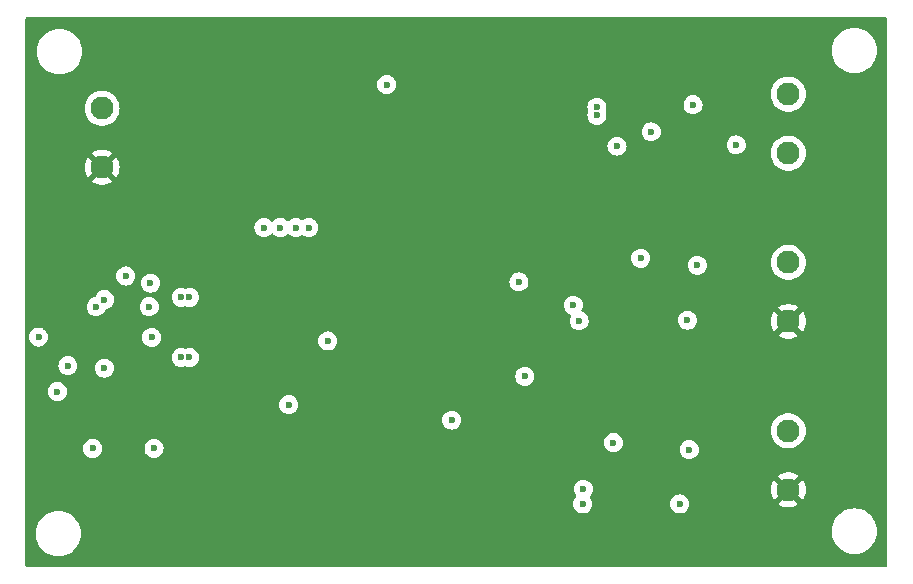
<source format=gbr>
%TF.GenerationSoftware,KiCad,Pcbnew,8.0.6*%
%TF.CreationDate,2024-11-16T21:14:38-08:00*%
%TF.ProjectId,CAN_adc,43414e5f-6164-4632-9e6b-696361645f70,rev?*%
%TF.SameCoordinates,Original*%
%TF.FileFunction,Copper,L2,Inr*%
%TF.FilePolarity,Positive*%
%FSLAX46Y46*%
G04 Gerber Fmt 4.6, Leading zero omitted, Abs format (unit mm)*
G04 Created by KiCad (PCBNEW 8.0.6) date 2024-11-16 21:14:38*
%MOMM*%
%LPD*%
G01*
G04 APERTURE LIST*
%TA.AperFunction,ComponentPad*%
%ADD10C,1.950000*%
%TD*%
%TA.AperFunction,ViaPad*%
%ADD11C,0.600000*%
%TD*%
G04 APERTURE END LIST*
D10*
%TO.N,GND*%
%TO.C,J4*%
X135100000Y-90500000D03*
%TO.N,/Analog_input1/IN+*%
X135100000Y-85500000D03*
%TD*%
%TO.N,/Analog_input/IN+*%
%TO.C,J3*%
X135100000Y-71250000D03*
%TO.N,GND*%
X135100000Y-76250000D03*
%TD*%
%TO.N,/Thermocouple_conditioning/IN-*%
%TO.C,J2*%
X135100000Y-57000000D03*
%TO.N,/Thermocouple_conditioning/IN+*%
X135100000Y-62000000D03*
%TD*%
%TO.N,GND*%
%TO.C,J1*%
X77000000Y-63200000D03*
%TO.N,/Input_Power/V_IN*%
X77000000Y-58200000D03*
%TD*%
D11*
%TO.N,GND*%
X87600000Y-91500000D03*
X86900000Y-91500000D03*
X99300000Y-80900000D03*
X98400000Y-80900000D03*
%TO.N,/IN4*%
X79000000Y-72400000D03*
%TO.N,/CSn*%
X71620134Y-77570000D03*
%TO.N,/IN3*%
X77200000Y-74400000D03*
%TO.N,/DOUT*%
X74100000Y-80000000D03*
%TO.N,/SCLK*%
X73220134Y-82179866D03*
%TO.N,/IN2*%
X77200000Y-80200000D03*
%TO.N,/DIN*%
X76500000Y-75000000D03*
%TO.N,/IN1*%
X81200000Y-77600000D03*
X120600000Y-61400000D03*
%TO.N,/IN4*%
X81100000Y-73000000D03*
%TO.N,/IN3*%
X81000000Y-75000000D03*
%TO.N,GND*%
X73331250Y-86168750D03*
%TO.N,/3V3*%
X76200000Y-87000000D03*
X81400000Y-87000000D03*
X96100000Y-77900000D03*
%TO.N,/5V*%
X117400000Y-76200000D03*
%TO.N,/IN4*%
X112800000Y-80900000D03*
%TO.N,/IN3*%
X112300000Y-72900000D03*
%TO.N,GND*%
X114100000Y-71700000D03*
X113100000Y-76600000D03*
%TO.N,Net-(R30-Pad2)*%
X127400000Y-71500000D03*
X126565000Y-76135000D03*
%TO.N,GND*%
X130900000Y-71500000D03*
%TO.N,Net-(R26-Pad1)*%
X116900000Y-74865000D03*
X122600000Y-70900000D03*
%TO.N,Net-(R22-Pad2)*%
X117750000Y-90450000D03*
X120300000Y-86500000D03*
%TO.N,GND*%
X113400000Y-84900000D03*
X113600000Y-91700000D03*
%TO.N,/5V*%
X117700000Y-91700000D03*
%TO.N,Net-(R20-Pad2)*%
X126725000Y-87100000D03*
X125900000Y-91700000D03*
%TO.N,/Thermocouple_conditioning/IN-*%
X130700000Y-61300000D03*
%TO.N,GND*%
X130400000Y-87100000D03*
%TO.N,/5V*%
X118900000Y-58100000D03*
X118900000Y-58800000D03*
%TO.N,GND*%
X118700000Y-62300000D03*
%TO.N,Net-(C8-Pad2)*%
X127037500Y-57900000D03*
X123500000Y-60200000D03*
%TO.N,GND*%
X126000000Y-65500000D03*
X126000000Y-54100000D03*
X121300000Y-54600000D03*
X110200000Y-56200000D03*
X108000000Y-91000000D03*
%TO.N,/Input_Power/N5V_FB*%
X92800000Y-83300000D03*
X106600000Y-84600000D03*
%TO.N,GND*%
X102300000Y-86400000D03*
X102300000Y-85700000D03*
X93900000Y-85900000D03*
%TO.N,/5V*%
X83700000Y-79300000D03*
X84400000Y-79300000D03*
%TO.N,GND*%
X105800000Y-63300000D03*
X92500000Y-75000000D03*
X92500000Y-75800000D03*
%TO.N,/5V*%
X83700000Y-74200000D03*
X84400000Y-74200000D03*
%TO.N,GND*%
X96800000Y-74400000D03*
%TO.N,/5V*%
X101100000Y-56187500D03*
X90700000Y-68300000D03*
X92100000Y-68300000D03*
X94500000Y-68300000D03*
X93400000Y-68300000D03*
%TO.N,GND*%
X101100000Y-63325000D03*
X86200000Y-63000000D03*
X86200000Y-64000000D03*
X94800000Y-58500000D03*
X92450000Y-58500000D03*
X82000000Y-64000000D03*
X83000000Y-64000000D03*
X84000000Y-64000000D03*
X84000000Y-63000000D03*
X83000000Y-63000000D03*
X82000000Y-63000000D03*
%TD*%
%TA.AperFunction,Conductor*%
%TO.N,GND*%
G36*
X143442539Y-50520185D02*
G01*
X143488294Y-50572989D01*
X143499500Y-50624500D01*
X143499500Y-96875500D01*
X143479815Y-96942539D01*
X143427011Y-96988294D01*
X143375500Y-96999500D01*
X70624500Y-96999500D01*
X70557461Y-96979815D01*
X70511706Y-96927011D01*
X70500500Y-96875500D01*
X70500500Y-94199998D01*
X71380395Y-94199998D01*
X71380395Y-94200001D01*
X71399934Y-94473188D01*
X71399935Y-94473195D01*
X71444710Y-94679022D01*
X71458152Y-94740815D01*
X71553866Y-94997433D01*
X71553868Y-94997438D01*
X71685122Y-95237811D01*
X71685127Y-95237819D01*
X71849252Y-95457066D01*
X71849268Y-95457084D01*
X72042915Y-95650731D01*
X72042933Y-95650747D01*
X72262180Y-95814872D01*
X72262188Y-95814877D01*
X72502561Y-95946131D01*
X72502560Y-95946131D01*
X72502564Y-95946132D01*
X72502567Y-95946134D01*
X72759185Y-96041848D01*
X73026812Y-96100066D01*
X73280460Y-96118207D01*
X73299999Y-96119605D01*
X73300000Y-96119605D01*
X73300001Y-96119605D01*
X73318235Y-96118300D01*
X73573188Y-96100066D01*
X73840815Y-96041848D01*
X74097433Y-95946134D01*
X74337817Y-95814874D01*
X74557074Y-95650741D01*
X74750741Y-95457074D01*
X74914874Y-95237817D01*
X75046134Y-94997433D01*
X75141848Y-94740815D01*
X75200066Y-94473188D01*
X75219605Y-94200000D01*
X75205300Y-93999998D01*
X138780395Y-93999998D01*
X138780395Y-94000001D01*
X138799934Y-94273188D01*
X138799935Y-94273195D01*
X138843442Y-94473195D01*
X138858152Y-94540815D01*
X138953866Y-94797433D01*
X138953868Y-94797438D01*
X139085122Y-95037811D01*
X139085127Y-95037819D01*
X139249252Y-95257066D01*
X139249268Y-95257084D01*
X139442915Y-95450731D01*
X139442933Y-95450747D01*
X139662180Y-95614872D01*
X139662188Y-95614877D01*
X139902561Y-95746131D01*
X139902560Y-95746131D01*
X139902564Y-95746132D01*
X139902567Y-95746134D01*
X140159185Y-95841848D01*
X140426812Y-95900066D01*
X140680460Y-95918207D01*
X140699999Y-95919605D01*
X140700000Y-95919605D01*
X140700001Y-95919605D01*
X140718235Y-95918300D01*
X140973188Y-95900066D01*
X141240815Y-95841848D01*
X141497433Y-95746134D01*
X141737817Y-95614874D01*
X141957074Y-95450741D01*
X142150741Y-95257074D01*
X142314874Y-95037817D01*
X142446134Y-94797433D01*
X142541848Y-94540815D01*
X142600066Y-94273188D01*
X142619605Y-94000000D01*
X142600066Y-93726812D01*
X142541848Y-93459185D01*
X142446134Y-93202567D01*
X142424085Y-93162188D01*
X142314877Y-92962188D01*
X142314872Y-92962180D01*
X142150747Y-92742933D01*
X142150731Y-92742915D01*
X141957084Y-92549268D01*
X141957066Y-92549252D01*
X141737819Y-92385127D01*
X141737811Y-92385122D01*
X141497438Y-92253868D01*
X141497439Y-92253868D01*
X141447468Y-92235230D01*
X141240815Y-92158152D01*
X141240808Y-92158150D01*
X141240807Y-92158150D01*
X140973195Y-92099935D01*
X140973188Y-92099934D01*
X140700001Y-92080395D01*
X140699999Y-92080395D01*
X140426811Y-92099934D01*
X140426804Y-92099935D01*
X140159192Y-92158150D01*
X140159188Y-92158151D01*
X140159185Y-92158152D01*
X139974489Y-92227040D01*
X139902561Y-92253868D01*
X139662188Y-92385122D01*
X139662180Y-92385127D01*
X139442933Y-92549252D01*
X139442915Y-92549268D01*
X139249268Y-92742915D01*
X139249252Y-92742933D01*
X139085127Y-92962180D01*
X139085122Y-92962188D01*
X138953868Y-93202561D01*
X138953866Y-93202567D01*
X138858152Y-93459185D01*
X138858151Y-93459188D01*
X138858150Y-93459192D01*
X138799935Y-93726804D01*
X138799934Y-93726811D01*
X138780395Y-93999998D01*
X75205300Y-93999998D01*
X75200066Y-93926812D01*
X75141848Y-93659185D01*
X75046134Y-93402567D01*
X74940274Y-93208700D01*
X74914877Y-93162188D01*
X74914872Y-93162180D01*
X74750747Y-92942933D01*
X74750731Y-92942915D01*
X74557084Y-92749268D01*
X74557066Y-92749252D01*
X74337819Y-92585127D01*
X74337811Y-92585122D01*
X74097438Y-92453868D01*
X74097439Y-92453868D01*
X74022153Y-92425788D01*
X73840815Y-92358152D01*
X73840808Y-92358150D01*
X73840807Y-92358150D01*
X73573195Y-92299935D01*
X73573188Y-92299934D01*
X73300001Y-92280395D01*
X73299999Y-92280395D01*
X73026811Y-92299934D01*
X73026804Y-92299935D01*
X72759192Y-92358150D01*
X72759188Y-92358151D01*
X72759185Y-92358152D01*
X72577847Y-92425788D01*
X72502561Y-92453868D01*
X72262188Y-92585122D01*
X72262180Y-92585127D01*
X72042933Y-92749252D01*
X72042915Y-92749268D01*
X71849268Y-92942915D01*
X71849252Y-92942933D01*
X71685127Y-93162180D01*
X71685122Y-93162188D01*
X71553868Y-93402561D01*
X71553866Y-93402567D01*
X71458152Y-93659185D01*
X71458151Y-93659188D01*
X71458150Y-93659192D01*
X71399935Y-93926804D01*
X71399934Y-93926811D01*
X71380395Y-94199998D01*
X70500500Y-94199998D01*
X70500500Y-91699996D01*
X116894435Y-91699996D01*
X116894435Y-91700003D01*
X116914630Y-91879249D01*
X116914631Y-91879254D01*
X116974211Y-92049523D01*
X117042468Y-92158152D01*
X117070184Y-92202262D01*
X117197738Y-92329816D01*
X117350478Y-92425789D01*
X117520745Y-92485368D01*
X117520750Y-92485369D01*
X117699996Y-92505565D01*
X117700000Y-92505565D01*
X117700004Y-92505565D01*
X117879249Y-92485369D01*
X117879252Y-92485368D01*
X117879255Y-92485368D01*
X118049522Y-92425789D01*
X118202262Y-92329816D01*
X118329816Y-92202262D01*
X118425789Y-92049522D01*
X118485368Y-91879255D01*
X118488056Y-91855397D01*
X118505565Y-91700003D01*
X118505565Y-91699996D01*
X125094435Y-91699996D01*
X125094435Y-91700003D01*
X125114630Y-91879249D01*
X125114631Y-91879254D01*
X125174211Y-92049523D01*
X125242468Y-92158152D01*
X125270184Y-92202262D01*
X125397738Y-92329816D01*
X125550478Y-92425789D01*
X125720745Y-92485368D01*
X125720750Y-92485369D01*
X125899996Y-92505565D01*
X125900000Y-92505565D01*
X125900004Y-92505565D01*
X126079249Y-92485369D01*
X126079252Y-92485368D01*
X126079255Y-92485368D01*
X126249522Y-92425789D01*
X126402262Y-92329816D01*
X126529816Y-92202262D01*
X126625789Y-92049522D01*
X126685368Y-91879255D01*
X126688056Y-91855397D01*
X126705565Y-91700003D01*
X126705565Y-91699996D01*
X126685369Y-91520750D01*
X126685368Y-91520745D01*
X126625788Y-91350476D01*
X126529815Y-91197737D01*
X126402262Y-91070184D01*
X126249523Y-90974211D01*
X126079254Y-90914631D01*
X126079249Y-90914630D01*
X125900004Y-90894435D01*
X125899996Y-90894435D01*
X125720750Y-90914630D01*
X125720745Y-90914631D01*
X125550476Y-90974211D01*
X125397737Y-91070184D01*
X125270184Y-91197737D01*
X125174211Y-91350476D01*
X125114631Y-91520745D01*
X125114630Y-91520750D01*
X125094435Y-91699996D01*
X118505565Y-91699996D01*
X118485369Y-91520750D01*
X118485368Y-91520745D01*
X118425788Y-91350476D01*
X118329815Y-91197737D01*
X118319759Y-91187681D01*
X118286274Y-91126358D01*
X118291258Y-91056666D01*
X118319759Y-91012319D01*
X118327190Y-91004888D01*
X118379816Y-90952262D01*
X118475789Y-90799522D01*
X118535368Y-90629255D01*
X118535369Y-90629249D01*
X118549932Y-90499994D01*
X133619945Y-90499994D01*
X133619945Y-90500005D01*
X133640130Y-90743605D01*
X133700138Y-90980573D01*
X133798330Y-91204429D01*
X133894626Y-91351819D01*
X134498958Y-90747487D01*
X134523978Y-90807890D01*
X134595112Y-90914351D01*
X134685649Y-91004888D01*
X134792110Y-91076022D01*
X134852511Y-91101041D01*
X134247758Y-91705794D01*
X134247758Y-91705796D01*
X134290478Y-91739046D01*
X134290484Y-91739050D01*
X134505468Y-91855394D01*
X134505476Y-91855397D01*
X134736664Y-91934765D01*
X134977779Y-91975000D01*
X135222221Y-91975000D01*
X135463335Y-91934765D01*
X135694523Y-91855397D01*
X135694531Y-91855394D01*
X135909514Y-91739051D01*
X135909514Y-91739050D01*
X135952240Y-91705795D01*
X135952240Y-91705794D01*
X135347488Y-91101041D01*
X135407890Y-91076022D01*
X135514351Y-91004888D01*
X135604888Y-90914351D01*
X135676022Y-90807890D01*
X135701041Y-90747488D01*
X136305372Y-91351819D01*
X136401667Y-91204431D01*
X136401672Y-91204423D01*
X136499861Y-90980573D01*
X136559869Y-90743605D01*
X136580055Y-90500005D01*
X136580055Y-90499994D01*
X136559869Y-90256394D01*
X136499861Y-90019426D01*
X136401669Y-89795570D01*
X136305372Y-89648179D01*
X135701041Y-90252510D01*
X135676022Y-90192110D01*
X135604888Y-90085649D01*
X135514351Y-89995112D01*
X135407890Y-89923978D01*
X135347487Y-89898958D01*
X135952240Y-89294204D01*
X135952240Y-89294203D01*
X135909514Y-89260949D01*
X135694531Y-89144605D01*
X135694523Y-89144602D01*
X135463335Y-89065234D01*
X135222221Y-89025000D01*
X134977779Y-89025000D01*
X134736664Y-89065234D01*
X134505476Y-89144602D01*
X134505468Y-89144605D01*
X134290481Y-89260951D01*
X134247758Y-89294202D01*
X134247757Y-89294204D01*
X134852511Y-89898958D01*
X134792110Y-89923978D01*
X134685649Y-89995112D01*
X134595112Y-90085649D01*
X134523978Y-90192110D01*
X134498958Y-90252511D01*
X133894626Y-89648179D01*
X133798328Y-89795575D01*
X133700138Y-90019426D01*
X133640130Y-90256394D01*
X133619945Y-90499994D01*
X118549932Y-90499994D01*
X118555565Y-90450003D01*
X118555565Y-90449996D01*
X118535369Y-90270750D01*
X118535368Y-90270745D01*
X118475788Y-90100476D01*
X118379815Y-89947737D01*
X118252262Y-89820184D01*
X118099523Y-89724211D01*
X117929254Y-89664631D01*
X117929249Y-89664630D01*
X117750004Y-89644435D01*
X117749996Y-89644435D01*
X117570750Y-89664630D01*
X117570745Y-89664631D01*
X117400476Y-89724211D01*
X117247737Y-89820184D01*
X117120184Y-89947737D01*
X117024211Y-90100476D01*
X116964631Y-90270745D01*
X116964630Y-90270750D01*
X116944435Y-90449996D01*
X116944435Y-90450003D01*
X116964630Y-90629249D01*
X116964631Y-90629254D01*
X117024211Y-90799523D01*
X117120184Y-90952262D01*
X117130241Y-90962319D01*
X117163726Y-91023642D01*
X117158742Y-91093334D01*
X117130241Y-91137681D01*
X117070184Y-91197737D01*
X116974211Y-91350476D01*
X116914631Y-91520745D01*
X116914630Y-91520750D01*
X116894435Y-91699996D01*
X70500500Y-91699996D01*
X70500500Y-86999996D01*
X75394435Y-86999996D01*
X75394435Y-87000003D01*
X75414630Y-87179249D01*
X75414631Y-87179254D01*
X75474211Y-87349523D01*
X75537045Y-87449522D01*
X75570184Y-87502262D01*
X75697738Y-87629816D01*
X75850478Y-87725789D01*
X75861984Y-87729815D01*
X76020745Y-87785368D01*
X76020750Y-87785369D01*
X76199996Y-87805565D01*
X76200000Y-87805565D01*
X76200004Y-87805565D01*
X76379249Y-87785369D01*
X76379252Y-87785368D01*
X76379255Y-87785368D01*
X76549522Y-87725789D01*
X76702262Y-87629816D01*
X76829816Y-87502262D01*
X76925789Y-87349522D01*
X76985368Y-87179255D01*
X76985369Y-87179249D01*
X77005565Y-87000003D01*
X77005565Y-86999996D01*
X80594435Y-86999996D01*
X80594435Y-87000003D01*
X80614630Y-87179249D01*
X80614631Y-87179254D01*
X80674211Y-87349523D01*
X80737045Y-87449522D01*
X80770184Y-87502262D01*
X80897738Y-87629816D01*
X81050478Y-87725789D01*
X81061984Y-87729815D01*
X81220745Y-87785368D01*
X81220750Y-87785369D01*
X81399996Y-87805565D01*
X81400000Y-87805565D01*
X81400004Y-87805565D01*
X81579249Y-87785369D01*
X81579252Y-87785368D01*
X81579255Y-87785368D01*
X81749522Y-87725789D01*
X81902262Y-87629816D01*
X82029816Y-87502262D01*
X82125789Y-87349522D01*
X82185368Y-87179255D01*
X82185369Y-87179249D01*
X82205565Y-87000003D01*
X82205565Y-86999996D01*
X82185369Y-86820750D01*
X82185368Y-86820745D01*
X82125789Y-86650478D01*
X82031235Y-86499996D01*
X119494435Y-86499996D01*
X119494435Y-86500003D01*
X119514630Y-86679249D01*
X119514631Y-86679254D01*
X119574211Y-86849523D01*
X119628078Y-86935251D01*
X119670184Y-87002262D01*
X119797738Y-87129816D01*
X119950478Y-87225789D01*
X120103258Y-87279249D01*
X120120745Y-87285368D01*
X120120750Y-87285369D01*
X120299996Y-87305565D01*
X120300000Y-87305565D01*
X120300004Y-87305565D01*
X120479249Y-87285369D01*
X120479252Y-87285368D01*
X120479255Y-87285368D01*
X120649522Y-87225789D01*
X120802262Y-87129816D01*
X120832082Y-87099996D01*
X125919435Y-87099996D01*
X125919435Y-87100003D01*
X125939630Y-87279249D01*
X125939631Y-87279254D01*
X125999211Y-87449523D01*
X126095184Y-87602262D01*
X126222738Y-87729816D01*
X126375478Y-87825789D01*
X126545745Y-87885368D01*
X126545750Y-87885369D01*
X126724996Y-87905565D01*
X126725000Y-87905565D01*
X126725004Y-87905565D01*
X126904249Y-87885369D01*
X126904252Y-87885368D01*
X126904255Y-87885368D01*
X127074522Y-87825789D01*
X127227262Y-87729816D01*
X127354816Y-87602262D01*
X127450789Y-87449522D01*
X127510368Y-87279255D01*
X127516392Y-87225789D01*
X127530565Y-87100003D01*
X127530565Y-87099996D01*
X127510369Y-86920750D01*
X127510368Y-86920745D01*
X127450788Y-86750476D01*
X127387955Y-86650478D01*
X127354816Y-86597738D01*
X127227262Y-86470184D01*
X127074523Y-86374211D01*
X126904254Y-86314631D01*
X126904249Y-86314630D01*
X126725004Y-86294435D01*
X126724996Y-86294435D01*
X126545750Y-86314630D01*
X126545745Y-86314631D01*
X126375476Y-86374211D01*
X126222737Y-86470184D01*
X126095184Y-86597737D01*
X125999211Y-86750476D01*
X125939631Y-86920745D01*
X125939630Y-86920750D01*
X125919435Y-87099996D01*
X120832082Y-87099996D01*
X120929816Y-87002262D01*
X121025789Y-86849522D01*
X121085368Y-86679255D01*
X121085369Y-86679249D01*
X121105565Y-86500003D01*
X121105565Y-86499996D01*
X121085369Y-86320750D01*
X121085368Y-86320745D01*
X121048237Y-86214630D01*
X121025789Y-86150478D01*
X120929816Y-85997738D01*
X120802262Y-85870184D01*
X120649523Y-85774211D01*
X120479254Y-85714631D01*
X120479249Y-85714630D01*
X120300004Y-85694435D01*
X120299996Y-85694435D01*
X120120750Y-85714630D01*
X120120745Y-85714631D01*
X119950476Y-85774211D01*
X119797737Y-85870184D01*
X119670184Y-85997737D01*
X119574211Y-86150476D01*
X119514631Y-86320745D01*
X119514630Y-86320750D01*
X119494435Y-86499996D01*
X82031235Y-86499996D01*
X82029816Y-86497738D01*
X81902262Y-86370184D01*
X81749523Y-86274211D01*
X81579254Y-86214631D01*
X81579249Y-86214630D01*
X81400004Y-86194435D01*
X81399996Y-86194435D01*
X81220750Y-86214630D01*
X81220745Y-86214631D01*
X81050476Y-86274211D01*
X80897737Y-86370184D01*
X80770184Y-86497737D01*
X80674211Y-86650476D01*
X80614631Y-86820745D01*
X80614630Y-86820750D01*
X80594435Y-86999996D01*
X77005565Y-86999996D01*
X76985369Y-86820750D01*
X76985368Y-86820745D01*
X76925789Y-86650478D01*
X76829816Y-86497738D01*
X76702262Y-86370184D01*
X76549523Y-86274211D01*
X76379254Y-86214631D01*
X76379249Y-86214630D01*
X76200004Y-86194435D01*
X76199996Y-86194435D01*
X76020750Y-86214630D01*
X76020745Y-86214631D01*
X75850476Y-86274211D01*
X75697737Y-86370184D01*
X75570184Y-86497737D01*
X75474211Y-86650476D01*
X75414631Y-86820745D01*
X75414630Y-86820750D01*
X75394435Y-86999996D01*
X70500500Y-86999996D01*
X70500500Y-85499994D01*
X133619443Y-85499994D01*
X133619443Y-85500005D01*
X133639634Y-85743683D01*
X133639636Y-85743695D01*
X133699663Y-85980734D01*
X133797888Y-86204666D01*
X133931632Y-86409378D01*
X134097242Y-86589277D01*
X134097252Y-86589286D01*
X134212836Y-86679249D01*
X134290212Y-86739473D01*
X134505267Y-86855855D01*
X134505270Y-86855856D01*
X134736541Y-86935251D01*
X134736543Y-86935251D01*
X134736545Y-86935252D01*
X134977737Y-86975500D01*
X134977738Y-86975500D01*
X135222262Y-86975500D01*
X135222263Y-86975500D01*
X135463455Y-86935252D01*
X135694733Y-86855855D01*
X135909788Y-86739473D01*
X136102754Y-86589281D01*
X136268368Y-86409377D01*
X136402111Y-86204667D01*
X136500336Y-85980736D01*
X136560364Y-85743692D01*
X136580557Y-85500000D01*
X136571058Y-85385369D01*
X136560365Y-85256316D01*
X136560363Y-85256304D01*
X136500336Y-85019265D01*
X136402111Y-84795333D01*
X136268367Y-84590621D01*
X136102757Y-84410722D01*
X136102747Y-84410713D01*
X135909791Y-84260529D01*
X135909787Y-84260526D01*
X135694734Y-84144145D01*
X135694729Y-84144143D01*
X135463458Y-84064748D01*
X135282561Y-84034562D01*
X135222263Y-84024500D01*
X134977737Y-84024500D01*
X134929498Y-84032549D01*
X134736541Y-84064748D01*
X134505270Y-84144143D01*
X134505265Y-84144145D01*
X134290212Y-84260526D01*
X134290208Y-84260529D01*
X134097252Y-84410713D01*
X134097242Y-84410722D01*
X133931632Y-84590621D01*
X133797888Y-84795333D01*
X133699663Y-85019265D01*
X133639636Y-85256304D01*
X133639634Y-85256316D01*
X133619443Y-85499994D01*
X70500500Y-85499994D01*
X70500500Y-84599996D01*
X105794435Y-84599996D01*
X105794435Y-84600003D01*
X105814630Y-84779249D01*
X105814631Y-84779254D01*
X105874211Y-84949523D01*
X105918033Y-85019264D01*
X105970184Y-85102262D01*
X106097738Y-85229816D01*
X106250478Y-85325789D01*
X106420745Y-85385368D01*
X106420750Y-85385369D01*
X106599996Y-85405565D01*
X106600000Y-85405565D01*
X106600004Y-85405565D01*
X106779249Y-85385369D01*
X106779252Y-85385368D01*
X106779255Y-85385368D01*
X106949522Y-85325789D01*
X107102262Y-85229816D01*
X107229816Y-85102262D01*
X107325789Y-84949522D01*
X107385368Y-84779255D01*
X107405565Y-84600000D01*
X107404508Y-84590623D01*
X107385369Y-84420750D01*
X107385368Y-84420745D01*
X107325788Y-84250476D01*
X107229815Y-84097737D01*
X107102262Y-83970184D01*
X106949523Y-83874211D01*
X106779254Y-83814631D01*
X106779249Y-83814630D01*
X106600004Y-83794435D01*
X106599996Y-83794435D01*
X106420750Y-83814630D01*
X106420745Y-83814631D01*
X106250476Y-83874211D01*
X106097737Y-83970184D01*
X105970184Y-84097737D01*
X105874211Y-84250476D01*
X105814631Y-84420745D01*
X105814630Y-84420750D01*
X105794435Y-84599996D01*
X70500500Y-84599996D01*
X70500500Y-83299996D01*
X91994435Y-83299996D01*
X91994435Y-83300003D01*
X92014630Y-83479249D01*
X92014631Y-83479254D01*
X92074211Y-83649523D01*
X92165266Y-83794435D01*
X92170184Y-83802262D01*
X92297738Y-83929816D01*
X92361983Y-83970184D01*
X92448426Y-84024500D01*
X92450478Y-84025789D01*
X92620745Y-84085368D01*
X92620750Y-84085369D01*
X92799996Y-84105565D01*
X92800000Y-84105565D01*
X92800004Y-84105565D01*
X92979249Y-84085369D01*
X92979252Y-84085368D01*
X92979255Y-84085368D01*
X93149522Y-84025789D01*
X93302262Y-83929816D01*
X93429816Y-83802262D01*
X93525789Y-83649522D01*
X93585368Y-83479255D01*
X93605565Y-83300000D01*
X93585368Y-83120745D01*
X93525789Y-82950478D01*
X93429816Y-82797738D01*
X93302262Y-82670184D01*
X93149523Y-82574211D01*
X92979254Y-82514631D01*
X92979249Y-82514630D01*
X92800004Y-82494435D01*
X92799996Y-82494435D01*
X92620750Y-82514630D01*
X92620745Y-82514631D01*
X92450476Y-82574211D01*
X92297737Y-82670184D01*
X92170184Y-82797737D01*
X92074211Y-82950476D01*
X92014631Y-83120745D01*
X92014630Y-83120750D01*
X91994435Y-83299996D01*
X70500500Y-83299996D01*
X70500500Y-82179862D01*
X72414569Y-82179862D01*
X72414569Y-82179869D01*
X72434764Y-82359115D01*
X72434765Y-82359120D01*
X72494345Y-82529389D01*
X72522509Y-82574211D01*
X72590318Y-82682128D01*
X72717872Y-82809682D01*
X72870612Y-82905655D01*
X72998703Y-82950476D01*
X73040879Y-82965234D01*
X73040884Y-82965235D01*
X73220130Y-82985431D01*
X73220134Y-82985431D01*
X73220138Y-82985431D01*
X73399383Y-82965235D01*
X73399386Y-82965234D01*
X73399389Y-82965234D01*
X73569656Y-82905655D01*
X73722396Y-82809682D01*
X73849950Y-82682128D01*
X73945923Y-82529388D01*
X74005502Y-82359121D01*
X74025699Y-82179866D01*
X74005502Y-82000611D01*
X73945923Y-81830344D01*
X73849950Y-81677604D01*
X73722396Y-81550050D01*
X73690192Y-81529815D01*
X73569657Y-81454077D01*
X73399388Y-81394497D01*
X73399383Y-81394496D01*
X73220138Y-81374301D01*
X73220130Y-81374301D01*
X73040884Y-81394496D01*
X73040879Y-81394497D01*
X72870610Y-81454077D01*
X72717871Y-81550050D01*
X72590318Y-81677603D01*
X72494345Y-81830342D01*
X72434765Y-82000611D01*
X72434764Y-82000616D01*
X72414569Y-82179862D01*
X70500500Y-82179862D01*
X70500500Y-79999996D01*
X73294435Y-79999996D01*
X73294435Y-80000003D01*
X73314630Y-80179249D01*
X73314631Y-80179254D01*
X73374211Y-80349523D01*
X73404507Y-80397738D01*
X73470184Y-80502262D01*
X73597738Y-80629816D01*
X73688080Y-80686582D01*
X73742450Y-80720745D01*
X73750478Y-80725789D01*
X73920745Y-80785368D01*
X73920750Y-80785369D01*
X74099996Y-80805565D01*
X74100000Y-80805565D01*
X74100004Y-80805565D01*
X74279249Y-80785369D01*
X74279252Y-80785368D01*
X74279255Y-80785368D01*
X74449522Y-80725789D01*
X74602262Y-80629816D01*
X74729816Y-80502262D01*
X74825789Y-80349522D01*
X74878110Y-80199996D01*
X76394435Y-80199996D01*
X76394435Y-80200003D01*
X76414630Y-80379249D01*
X76414631Y-80379254D01*
X76474211Y-80549523D01*
X76524662Y-80629815D01*
X76570184Y-80702262D01*
X76697738Y-80829816D01*
X76850478Y-80925789D01*
X77020745Y-80985368D01*
X77020750Y-80985369D01*
X77199996Y-81005565D01*
X77200000Y-81005565D01*
X77200004Y-81005565D01*
X77379249Y-80985369D01*
X77379252Y-80985368D01*
X77379255Y-80985368D01*
X77549522Y-80925789D01*
X77590571Y-80899996D01*
X111994435Y-80899996D01*
X111994435Y-80900003D01*
X112014630Y-81079249D01*
X112014631Y-81079254D01*
X112074211Y-81249523D01*
X112152615Y-81374301D01*
X112170184Y-81402262D01*
X112297738Y-81529816D01*
X112450478Y-81625789D01*
X112598554Y-81677603D01*
X112620745Y-81685368D01*
X112620750Y-81685369D01*
X112799996Y-81705565D01*
X112800000Y-81705565D01*
X112800004Y-81705565D01*
X112979249Y-81685369D01*
X112979252Y-81685368D01*
X112979255Y-81685368D01*
X113149522Y-81625789D01*
X113302262Y-81529816D01*
X113429816Y-81402262D01*
X113525789Y-81249522D01*
X113585368Y-81079255D01*
X113593671Y-81005565D01*
X113605565Y-80900003D01*
X113605565Y-80899996D01*
X113585369Y-80720750D01*
X113585368Y-80720745D01*
X113525789Y-80550478D01*
X113525188Y-80549522D01*
X113429815Y-80397737D01*
X113302262Y-80270184D01*
X113149523Y-80174211D01*
X112979254Y-80114631D01*
X112979249Y-80114630D01*
X112800004Y-80094435D01*
X112799996Y-80094435D01*
X112620750Y-80114630D01*
X112620745Y-80114631D01*
X112450476Y-80174211D01*
X112297737Y-80270184D01*
X112170184Y-80397737D01*
X112074211Y-80550476D01*
X112014631Y-80720745D01*
X112014630Y-80720750D01*
X111994435Y-80899996D01*
X77590571Y-80899996D01*
X77702262Y-80829816D01*
X77829816Y-80702262D01*
X77925789Y-80549522D01*
X77985368Y-80379255D01*
X77988718Y-80349522D01*
X78005565Y-80200003D01*
X78005565Y-80199996D01*
X77985369Y-80020750D01*
X77985368Y-80020745D01*
X77978108Y-79999996D01*
X77925789Y-79850478D01*
X77907106Y-79820745D01*
X77829815Y-79697737D01*
X77702262Y-79570184D01*
X77549523Y-79474211D01*
X77379254Y-79414631D01*
X77379249Y-79414630D01*
X77200004Y-79394435D01*
X77199996Y-79394435D01*
X77020750Y-79414630D01*
X77020745Y-79414631D01*
X76850476Y-79474211D01*
X76697737Y-79570184D01*
X76570184Y-79697737D01*
X76474211Y-79850476D01*
X76414631Y-80020745D01*
X76414630Y-80020750D01*
X76394435Y-80199996D01*
X74878110Y-80199996D01*
X74885368Y-80179255D01*
X74885369Y-80179249D01*
X74905565Y-80000003D01*
X74905565Y-79999996D01*
X74885369Y-79820750D01*
X74885368Y-79820745D01*
X74825789Y-79650478D01*
X74825188Y-79649522D01*
X74729815Y-79497737D01*
X74602262Y-79370184D01*
X74490559Y-79299996D01*
X82894435Y-79299996D01*
X82894435Y-79300003D01*
X82914630Y-79479249D01*
X82914631Y-79479254D01*
X82974211Y-79649523D01*
X83004507Y-79697738D01*
X83070184Y-79802262D01*
X83197738Y-79929816D01*
X83288080Y-79986582D01*
X83342450Y-80020745D01*
X83350478Y-80025789D01*
X83520739Y-80085366D01*
X83520745Y-80085368D01*
X83520750Y-80085369D01*
X83699996Y-80105565D01*
X83700000Y-80105565D01*
X83700004Y-80105565D01*
X83879249Y-80085369D01*
X83879251Y-80085368D01*
X83879255Y-80085368D01*
X83879258Y-80085366D01*
X83879262Y-80085366D01*
X84009045Y-80039953D01*
X84078824Y-80036391D01*
X84090955Y-80039953D01*
X84220737Y-80085366D01*
X84220743Y-80085367D01*
X84220745Y-80085368D01*
X84220746Y-80085368D01*
X84220750Y-80085369D01*
X84399996Y-80105565D01*
X84400000Y-80105565D01*
X84400004Y-80105565D01*
X84579249Y-80085369D01*
X84579252Y-80085368D01*
X84579255Y-80085368D01*
X84749522Y-80025789D01*
X84902262Y-79929816D01*
X85029816Y-79802262D01*
X85125789Y-79649522D01*
X85185368Y-79479255D01*
X85185369Y-79479249D01*
X85205565Y-79300003D01*
X85205565Y-79299996D01*
X85185369Y-79120750D01*
X85185368Y-79120745D01*
X85125788Y-78950476D01*
X85029815Y-78797737D01*
X84902262Y-78670184D01*
X84749523Y-78574211D01*
X84579254Y-78514631D01*
X84579249Y-78514630D01*
X84400004Y-78494435D01*
X84399996Y-78494435D01*
X84220750Y-78514630D01*
X84220742Y-78514632D01*
X84090954Y-78560047D01*
X84021175Y-78563608D01*
X84009046Y-78560047D01*
X83879257Y-78514632D01*
X83879249Y-78514630D01*
X83700004Y-78494435D01*
X83699996Y-78494435D01*
X83520750Y-78514630D01*
X83520745Y-78514631D01*
X83350476Y-78574211D01*
X83197737Y-78670184D01*
X83070184Y-78797737D01*
X82974211Y-78950476D01*
X82914631Y-79120745D01*
X82914630Y-79120750D01*
X82894435Y-79299996D01*
X74490559Y-79299996D01*
X74449523Y-79274211D01*
X74279254Y-79214631D01*
X74279249Y-79214630D01*
X74100004Y-79194435D01*
X74099996Y-79194435D01*
X73920750Y-79214630D01*
X73920745Y-79214631D01*
X73750476Y-79274211D01*
X73597737Y-79370184D01*
X73470184Y-79497737D01*
X73374211Y-79650476D01*
X73314631Y-79820745D01*
X73314630Y-79820750D01*
X73294435Y-79999996D01*
X70500500Y-79999996D01*
X70500500Y-77569996D01*
X70814569Y-77569996D01*
X70814569Y-77570003D01*
X70834764Y-77749249D01*
X70834765Y-77749254D01*
X70894345Y-77919523D01*
X70990318Y-78072262D01*
X71117872Y-78199816D01*
X71270612Y-78295789D01*
X71440879Y-78355368D01*
X71440884Y-78355369D01*
X71620130Y-78375565D01*
X71620134Y-78375565D01*
X71620138Y-78375565D01*
X71799383Y-78355369D01*
X71799386Y-78355368D01*
X71799389Y-78355368D01*
X71969656Y-78295789D01*
X72122396Y-78199816D01*
X72249950Y-78072262D01*
X72345923Y-77919522D01*
X72405502Y-77749255D01*
X72408714Y-77720750D01*
X72422320Y-77599996D01*
X80394435Y-77599996D01*
X80394435Y-77600003D01*
X80414630Y-77779249D01*
X80414631Y-77779254D01*
X80474211Y-77949523D01*
X80551334Y-78072262D01*
X80570184Y-78102262D01*
X80697738Y-78229816D01*
X80850478Y-78325789D01*
X80935010Y-78355368D01*
X81020745Y-78385368D01*
X81020750Y-78385369D01*
X81199996Y-78405565D01*
X81200000Y-78405565D01*
X81200004Y-78405565D01*
X81379249Y-78385369D01*
X81379252Y-78385368D01*
X81379255Y-78385368D01*
X81549522Y-78325789D01*
X81702262Y-78229816D01*
X81829816Y-78102262D01*
X81925789Y-77949522D01*
X81943119Y-77899996D01*
X95294435Y-77899996D01*
X95294435Y-77900003D01*
X95314630Y-78079249D01*
X95314631Y-78079254D01*
X95374211Y-78249523D01*
X95440719Y-78355369D01*
X95470184Y-78402262D01*
X95597738Y-78529816D01*
X95750478Y-78625789D01*
X95877352Y-78670184D01*
X95920745Y-78685368D01*
X95920750Y-78685369D01*
X96099996Y-78705565D01*
X96100000Y-78705565D01*
X96100004Y-78705565D01*
X96279249Y-78685369D01*
X96279252Y-78685368D01*
X96279255Y-78685368D01*
X96449522Y-78625789D01*
X96602262Y-78529816D01*
X96729816Y-78402262D01*
X96825789Y-78249522D01*
X96885368Y-78079255D01*
X96899985Y-77949523D01*
X96905565Y-77900003D01*
X96905565Y-77899996D01*
X96885369Y-77720750D01*
X96885368Y-77720745D01*
X96845005Y-77605394D01*
X96825789Y-77550478D01*
X96729816Y-77397738D01*
X96602262Y-77270184D01*
X96570897Y-77250476D01*
X96449523Y-77174211D01*
X96279254Y-77114631D01*
X96279249Y-77114630D01*
X96100004Y-77094435D01*
X96099996Y-77094435D01*
X95920750Y-77114630D01*
X95920745Y-77114631D01*
X95750476Y-77174211D01*
X95597737Y-77270184D01*
X95470184Y-77397737D01*
X95374211Y-77550476D01*
X95314631Y-77720745D01*
X95314630Y-77720750D01*
X95294435Y-77899996D01*
X81943119Y-77899996D01*
X81985368Y-77779255D01*
X81988748Y-77749255D01*
X82005565Y-77600003D01*
X82005565Y-77599996D01*
X81985369Y-77420750D01*
X81985368Y-77420745D01*
X81925789Y-77250478D01*
X81906937Y-77220476D01*
X81840431Y-77114632D01*
X81829816Y-77097738D01*
X81702262Y-76970184D01*
X81655124Y-76940565D01*
X81549523Y-76874211D01*
X81379254Y-76814631D01*
X81379249Y-76814630D01*
X81200004Y-76794435D01*
X81199996Y-76794435D01*
X81020750Y-76814630D01*
X81020745Y-76814631D01*
X80850476Y-76874211D01*
X80697737Y-76970184D01*
X80570184Y-77097737D01*
X80474211Y-77250476D01*
X80414631Y-77420745D01*
X80414630Y-77420750D01*
X80394435Y-77599996D01*
X72422320Y-77599996D01*
X72425699Y-77570003D01*
X72425699Y-77569996D01*
X72405503Y-77390750D01*
X72405502Y-77390745D01*
X72345922Y-77220476D01*
X72279414Y-77114630D01*
X72249950Y-77067738D01*
X72122396Y-76940184D01*
X72017401Y-76874211D01*
X71969657Y-76844211D01*
X71799388Y-76784631D01*
X71799383Y-76784630D01*
X71620138Y-76764435D01*
X71620130Y-76764435D01*
X71440884Y-76784630D01*
X71440879Y-76784631D01*
X71270610Y-76844211D01*
X71117871Y-76940184D01*
X70990318Y-77067737D01*
X70894345Y-77220476D01*
X70834765Y-77390745D01*
X70834764Y-77390750D01*
X70814569Y-77569996D01*
X70500500Y-77569996D01*
X70500500Y-74999996D01*
X75694435Y-74999996D01*
X75694435Y-75000003D01*
X75714630Y-75179249D01*
X75714631Y-75179254D01*
X75774211Y-75349523D01*
X75852558Y-75474211D01*
X75870184Y-75502262D01*
X75997738Y-75629816D01*
X76068021Y-75673978D01*
X76105833Y-75697737D01*
X76150478Y-75725789D01*
X76320745Y-75785368D01*
X76320750Y-75785369D01*
X76499996Y-75805565D01*
X76500000Y-75805565D01*
X76500004Y-75805565D01*
X76679249Y-75785369D01*
X76679252Y-75785368D01*
X76679255Y-75785368D01*
X76849522Y-75725789D01*
X77002262Y-75629816D01*
X77129816Y-75502262D01*
X77225789Y-75349522D01*
X77253553Y-75270174D01*
X77294274Y-75213398D01*
X77356711Y-75187907D01*
X77379255Y-75185368D01*
X77549522Y-75125789D01*
X77702262Y-75029816D01*
X77732082Y-74999996D01*
X80194435Y-74999996D01*
X80194435Y-75000003D01*
X80214630Y-75179249D01*
X80214631Y-75179254D01*
X80274211Y-75349523D01*
X80352558Y-75474211D01*
X80370184Y-75502262D01*
X80497738Y-75629816D01*
X80568021Y-75673978D01*
X80605833Y-75697737D01*
X80650478Y-75725789D01*
X80820745Y-75785368D01*
X80820750Y-75785369D01*
X80999996Y-75805565D01*
X81000000Y-75805565D01*
X81000004Y-75805565D01*
X81179249Y-75785369D01*
X81179252Y-75785368D01*
X81179255Y-75785368D01*
X81349522Y-75725789D01*
X81502262Y-75629816D01*
X81629816Y-75502262D01*
X81725789Y-75349522D01*
X81785368Y-75179255D01*
X81800579Y-75044254D01*
X81805565Y-75000003D01*
X81805565Y-74999996D01*
X81785369Y-74820750D01*
X81785368Y-74820745D01*
X81725788Y-74650476D01*
X81662354Y-74549522D01*
X81629816Y-74497738D01*
X81502262Y-74370184D01*
X81490410Y-74362737D01*
X81349523Y-74274211D01*
X81179254Y-74214631D01*
X81179249Y-74214630D01*
X81049362Y-74199996D01*
X82894435Y-74199996D01*
X82894435Y-74200003D01*
X82914630Y-74379249D01*
X82914631Y-74379254D01*
X82974211Y-74549523D01*
X83037646Y-74650478D01*
X83070184Y-74702262D01*
X83197738Y-74829816D01*
X83350478Y-74925789D01*
X83520739Y-74985366D01*
X83520745Y-74985368D01*
X83520750Y-74985369D01*
X83699996Y-75005565D01*
X83700000Y-75005565D01*
X83700004Y-75005565D01*
X83879249Y-74985369D01*
X83879251Y-74985368D01*
X83879255Y-74985368D01*
X83879258Y-74985366D01*
X83879262Y-74985366D01*
X84009045Y-74939953D01*
X84078824Y-74936391D01*
X84090955Y-74939953D01*
X84220737Y-74985366D01*
X84220743Y-74985367D01*
X84220745Y-74985368D01*
X84220746Y-74985368D01*
X84220750Y-74985369D01*
X84399996Y-75005565D01*
X84400000Y-75005565D01*
X84400004Y-75005565D01*
X84579249Y-74985369D01*
X84579252Y-74985368D01*
X84579255Y-74985368D01*
X84749522Y-74925789D01*
X84846273Y-74864996D01*
X116094435Y-74864996D01*
X116094435Y-74865003D01*
X116114630Y-75044249D01*
X116114631Y-75044254D01*
X116174211Y-75214523D01*
X116208461Y-75269031D01*
X116270184Y-75367262D01*
X116397738Y-75494816D01*
X116550478Y-75590789D01*
X116638906Y-75621731D01*
X116695682Y-75662453D01*
X116721430Y-75727405D01*
X116707974Y-75795967D01*
X116702946Y-75804744D01*
X116674212Y-75850474D01*
X116614631Y-76020745D01*
X116614630Y-76020750D01*
X116594435Y-76199996D01*
X116594435Y-76200003D01*
X116614630Y-76379249D01*
X116614631Y-76379254D01*
X116674211Y-76549523D01*
X116746363Y-76664351D01*
X116770184Y-76702262D01*
X116897738Y-76829816D01*
X116947030Y-76860788D01*
X117041850Y-76920368D01*
X117050478Y-76925789D01*
X117177352Y-76970184D01*
X117220745Y-76985368D01*
X117220750Y-76985369D01*
X117399996Y-77005565D01*
X117400000Y-77005565D01*
X117400004Y-77005565D01*
X117579249Y-76985369D01*
X117579252Y-76985368D01*
X117579255Y-76985368D01*
X117749522Y-76925789D01*
X117902262Y-76829816D01*
X118029816Y-76702262D01*
X118125789Y-76549522D01*
X118185368Y-76379255D01*
X118192692Y-76314254D01*
X118205565Y-76200003D01*
X118205565Y-76199996D01*
X118198241Y-76134996D01*
X125759435Y-76134996D01*
X125759435Y-76135003D01*
X125779630Y-76314249D01*
X125779631Y-76314254D01*
X125839211Y-76484523D01*
X125844918Y-76493605D01*
X125935184Y-76637262D01*
X126062738Y-76764816D01*
X126215478Y-76860789D01*
X126256151Y-76875021D01*
X126385745Y-76920368D01*
X126385750Y-76920369D01*
X126564996Y-76940565D01*
X126565000Y-76940565D01*
X126565004Y-76940565D01*
X126744249Y-76920369D01*
X126744252Y-76920368D01*
X126744255Y-76920368D01*
X126914522Y-76860789D01*
X127067262Y-76764816D01*
X127194816Y-76637262D01*
X127290789Y-76484522D01*
X127350368Y-76314255D01*
X127357608Y-76249999D01*
X127357609Y-76249994D01*
X133619945Y-76249994D01*
X133619945Y-76250005D01*
X133640130Y-76493605D01*
X133700138Y-76730573D01*
X133798330Y-76954429D01*
X133894626Y-77101819D01*
X134498958Y-76497487D01*
X134523978Y-76557890D01*
X134595112Y-76664351D01*
X134685649Y-76754888D01*
X134792110Y-76826022D01*
X134852511Y-76851041D01*
X134247758Y-77455794D01*
X134247758Y-77455796D01*
X134290478Y-77489046D01*
X134290484Y-77489050D01*
X134505468Y-77605394D01*
X134505476Y-77605397D01*
X134736664Y-77684765D01*
X134977779Y-77725000D01*
X135222221Y-77725000D01*
X135463335Y-77684765D01*
X135694523Y-77605397D01*
X135694531Y-77605394D01*
X135909514Y-77489051D01*
X135909514Y-77489050D01*
X135952240Y-77455795D01*
X135952240Y-77455794D01*
X135347488Y-76851041D01*
X135407890Y-76826022D01*
X135514351Y-76754888D01*
X135604888Y-76664351D01*
X135676022Y-76557890D01*
X135701041Y-76497488D01*
X136305372Y-77101819D01*
X136401667Y-76954431D01*
X136401672Y-76954423D01*
X136499861Y-76730573D01*
X136559869Y-76493605D01*
X136580055Y-76250005D01*
X136580055Y-76249994D01*
X136559869Y-76006394D01*
X136499861Y-75769426D01*
X136401669Y-75545570D01*
X136305372Y-75398179D01*
X135701041Y-76002510D01*
X135676022Y-75942110D01*
X135604888Y-75835649D01*
X135514351Y-75745112D01*
X135407890Y-75673978D01*
X135347487Y-75648958D01*
X135952240Y-75044204D01*
X135952240Y-75044203D01*
X135909514Y-75010949D01*
X135694531Y-74894605D01*
X135694523Y-74894602D01*
X135463335Y-74815234D01*
X135222221Y-74775000D01*
X134977779Y-74775000D01*
X134736664Y-74815234D01*
X134505476Y-74894602D01*
X134505468Y-74894605D01*
X134290481Y-75010951D01*
X134247758Y-75044202D01*
X134247757Y-75044204D01*
X134852511Y-75648958D01*
X134792110Y-75673978D01*
X134685649Y-75745112D01*
X134595112Y-75835649D01*
X134523978Y-75942110D01*
X134498958Y-76002511D01*
X133894626Y-75398179D01*
X133798328Y-75545575D01*
X133700138Y-75769426D01*
X133640130Y-76006394D01*
X133619945Y-76249994D01*
X127357609Y-76249994D01*
X127370565Y-76135003D01*
X127370565Y-76134996D01*
X127350369Y-75955750D01*
X127350368Y-75955745D01*
X127313532Y-75850474D01*
X127290789Y-75785478D01*
X127194816Y-75632738D01*
X127067262Y-75505184D01*
X127062612Y-75502262D01*
X126914523Y-75409211D01*
X126744254Y-75349631D01*
X126744249Y-75349630D01*
X126565004Y-75329435D01*
X126564996Y-75329435D01*
X126385750Y-75349630D01*
X126385745Y-75349631D01*
X126215476Y-75409211D01*
X126062737Y-75505184D01*
X125935184Y-75632737D01*
X125839211Y-75785476D01*
X125779631Y-75955745D01*
X125779630Y-75955750D01*
X125759435Y-76134996D01*
X118198241Y-76134996D01*
X118185369Y-76020750D01*
X118185368Y-76020745D01*
X118162625Y-75955750D01*
X118125789Y-75850478D01*
X118125786Y-75850474D01*
X118048457Y-75727405D01*
X118029816Y-75697738D01*
X117902262Y-75570184D01*
X117863089Y-75545570D01*
X117749523Y-75474211D01*
X117661092Y-75443268D01*
X117604316Y-75402546D01*
X117578569Y-75337593D01*
X117592025Y-75269031D01*
X117597054Y-75260253D01*
X117625788Y-75214524D01*
X117635990Y-75185368D01*
X117685368Y-75044255D01*
X117686995Y-75029815D01*
X117705565Y-74865003D01*
X117705565Y-74864996D01*
X117685369Y-74685750D01*
X117685368Y-74685745D01*
X117625789Y-74515478D01*
X117529816Y-74362738D01*
X117402262Y-74235184D01*
X117249523Y-74139211D01*
X117079254Y-74079631D01*
X117079249Y-74079630D01*
X116900004Y-74059435D01*
X116899996Y-74059435D01*
X116720750Y-74079630D01*
X116720745Y-74079631D01*
X116550476Y-74139211D01*
X116397737Y-74235184D01*
X116270184Y-74362737D01*
X116174211Y-74515476D01*
X116114631Y-74685745D01*
X116114630Y-74685750D01*
X116094435Y-74864996D01*
X84846273Y-74864996D01*
X84902262Y-74829816D01*
X85029816Y-74702262D01*
X85125789Y-74549522D01*
X85185368Y-74379255D01*
X85203228Y-74220745D01*
X85205565Y-74200003D01*
X85205565Y-74199996D01*
X85185369Y-74020750D01*
X85185368Y-74020745D01*
X85142326Y-73897738D01*
X85125789Y-73850478D01*
X85029816Y-73697738D01*
X84902262Y-73570184D01*
X84838017Y-73529816D01*
X84749523Y-73474211D01*
X84579254Y-73414631D01*
X84579249Y-73414630D01*
X84400004Y-73394435D01*
X84399996Y-73394435D01*
X84220750Y-73414630D01*
X84220742Y-73414632D01*
X84090954Y-73460047D01*
X84021175Y-73463608D01*
X84009046Y-73460047D01*
X83879257Y-73414632D01*
X83879249Y-73414630D01*
X83700004Y-73394435D01*
X83699996Y-73394435D01*
X83520750Y-73414630D01*
X83520745Y-73414631D01*
X83350476Y-73474211D01*
X83197737Y-73570184D01*
X83070184Y-73697737D01*
X82974211Y-73850476D01*
X82914631Y-74020745D01*
X82914630Y-74020750D01*
X82894435Y-74199996D01*
X81049362Y-74199996D01*
X81000004Y-74194435D01*
X80999996Y-74194435D01*
X80820750Y-74214630D01*
X80820745Y-74214631D01*
X80650476Y-74274211D01*
X80497737Y-74370184D01*
X80370184Y-74497737D01*
X80274211Y-74650476D01*
X80214631Y-74820745D01*
X80214630Y-74820750D01*
X80194435Y-74999996D01*
X77732082Y-74999996D01*
X77829816Y-74902262D01*
X77925789Y-74749522D01*
X77985368Y-74579255D01*
X78005565Y-74400000D01*
X77991392Y-74274211D01*
X77985369Y-74220750D01*
X77985368Y-74220745D01*
X77982340Y-74212091D01*
X77925789Y-74050478D01*
X77907106Y-74020745D01*
X77829815Y-73897737D01*
X77702262Y-73770184D01*
X77549523Y-73674211D01*
X77379254Y-73614631D01*
X77379249Y-73614630D01*
X77200004Y-73594435D01*
X77199996Y-73594435D01*
X77020750Y-73614630D01*
X77020745Y-73614631D01*
X76850476Y-73674211D01*
X76697737Y-73770184D01*
X76570184Y-73897737D01*
X76474212Y-74050475D01*
X76474211Y-74050476D01*
X76446445Y-74129827D01*
X76405723Y-74186602D01*
X76343289Y-74212091D01*
X76320750Y-74214630D01*
X76150478Y-74274210D01*
X75997737Y-74370184D01*
X75870184Y-74497737D01*
X75774211Y-74650476D01*
X75714631Y-74820745D01*
X75714630Y-74820750D01*
X75694435Y-74999996D01*
X70500500Y-74999996D01*
X70500500Y-72399996D01*
X78194435Y-72399996D01*
X78194435Y-72400003D01*
X78214630Y-72579249D01*
X78214631Y-72579254D01*
X78274211Y-72749523D01*
X78368760Y-72899996D01*
X78370184Y-72902262D01*
X78497738Y-73029816D01*
X78650478Y-73125789D01*
X78803258Y-73179249D01*
X78820745Y-73185368D01*
X78820750Y-73185369D01*
X78999996Y-73205565D01*
X79000000Y-73205565D01*
X79000004Y-73205565D01*
X79179249Y-73185369D01*
X79179252Y-73185368D01*
X79179255Y-73185368D01*
X79349522Y-73125789D01*
X79502262Y-73029816D01*
X79532082Y-72999996D01*
X80294435Y-72999996D01*
X80294435Y-73000003D01*
X80314630Y-73179249D01*
X80314631Y-73179254D01*
X80374211Y-73349523D01*
X80445896Y-73463608D01*
X80470184Y-73502262D01*
X80597738Y-73629816D01*
X80668392Y-73674211D01*
X80705833Y-73697737D01*
X80750478Y-73725789D01*
X80877352Y-73770184D01*
X80920745Y-73785368D01*
X80920750Y-73785369D01*
X81099996Y-73805565D01*
X81100000Y-73805565D01*
X81100004Y-73805565D01*
X81279249Y-73785369D01*
X81279252Y-73785368D01*
X81279255Y-73785368D01*
X81449522Y-73725789D01*
X81602262Y-73629816D01*
X81729816Y-73502262D01*
X81825789Y-73349522D01*
X81885368Y-73179255D01*
X81891392Y-73125789D01*
X81905565Y-73000003D01*
X81905565Y-72999996D01*
X81894298Y-72899996D01*
X111494435Y-72899996D01*
X111494435Y-72900003D01*
X111514630Y-73079249D01*
X111514631Y-73079254D01*
X111574211Y-73249523D01*
X111637045Y-73349522D01*
X111670184Y-73402262D01*
X111797738Y-73529816D01*
X111861983Y-73570184D01*
X111932721Y-73614632D01*
X111950478Y-73625789D01*
X111961984Y-73629815D01*
X112120745Y-73685368D01*
X112120750Y-73685369D01*
X112299996Y-73705565D01*
X112300000Y-73705565D01*
X112300004Y-73705565D01*
X112479249Y-73685369D01*
X112479252Y-73685368D01*
X112479255Y-73685368D01*
X112649522Y-73625789D01*
X112802262Y-73529816D01*
X112929816Y-73402262D01*
X113025789Y-73249522D01*
X113085368Y-73079255D01*
X113085369Y-73079249D01*
X113105565Y-72900003D01*
X113105565Y-72899996D01*
X113085369Y-72720750D01*
X113085368Y-72720745D01*
X113072948Y-72685251D01*
X113025789Y-72550478D01*
X112929816Y-72397738D01*
X112802262Y-72270184D01*
X112731608Y-72225789D01*
X112649523Y-72174211D01*
X112479254Y-72114631D01*
X112479249Y-72114630D01*
X112300004Y-72094435D01*
X112299996Y-72094435D01*
X112120750Y-72114630D01*
X112120745Y-72114631D01*
X111950476Y-72174211D01*
X111797737Y-72270184D01*
X111670184Y-72397737D01*
X111574211Y-72550476D01*
X111514631Y-72720745D01*
X111514630Y-72720750D01*
X111494435Y-72899996D01*
X81894298Y-72899996D01*
X81885369Y-72820750D01*
X81885368Y-72820745D01*
X81837957Y-72685252D01*
X81825789Y-72650478D01*
X81797750Y-72605855D01*
X81762955Y-72550478D01*
X81729816Y-72497738D01*
X81602262Y-72370184D01*
X81553088Y-72339286D01*
X81449523Y-72274211D01*
X81279254Y-72214631D01*
X81279249Y-72214630D01*
X81100004Y-72194435D01*
X81099996Y-72194435D01*
X80920750Y-72214630D01*
X80920745Y-72214631D01*
X80750476Y-72274211D01*
X80597737Y-72370184D01*
X80470184Y-72497737D01*
X80374211Y-72650476D01*
X80314631Y-72820745D01*
X80314630Y-72820750D01*
X80294435Y-72999996D01*
X79532082Y-72999996D01*
X79629816Y-72902262D01*
X79725789Y-72749522D01*
X79785368Y-72579255D01*
X79785369Y-72579249D01*
X79805565Y-72400003D01*
X79805565Y-72399996D01*
X79785369Y-72220750D01*
X79785368Y-72220745D01*
X79763894Y-72159377D01*
X79725789Y-72050478D01*
X79629816Y-71897738D01*
X79502262Y-71770184D01*
X79399422Y-71705565D01*
X79349523Y-71674211D01*
X79179254Y-71614631D01*
X79179249Y-71614630D01*
X79000004Y-71594435D01*
X78999996Y-71594435D01*
X78820750Y-71614630D01*
X78820745Y-71614631D01*
X78650476Y-71674211D01*
X78497737Y-71770184D01*
X78370184Y-71897737D01*
X78274211Y-72050476D01*
X78214631Y-72220745D01*
X78214630Y-72220750D01*
X78194435Y-72399996D01*
X70500500Y-72399996D01*
X70500500Y-70899996D01*
X121794435Y-70899996D01*
X121794435Y-70900003D01*
X121814630Y-71079249D01*
X121814631Y-71079254D01*
X121874211Y-71249523D01*
X121970184Y-71402262D01*
X122097738Y-71529816D01*
X122188080Y-71586582D01*
X122232721Y-71614632D01*
X122250478Y-71625789D01*
X122388860Y-71674211D01*
X122420745Y-71685368D01*
X122420750Y-71685369D01*
X122599996Y-71705565D01*
X122600000Y-71705565D01*
X122600004Y-71705565D01*
X122779249Y-71685369D01*
X122779252Y-71685368D01*
X122779255Y-71685368D01*
X122949522Y-71625789D01*
X123102262Y-71529816D01*
X123132082Y-71499996D01*
X126594435Y-71499996D01*
X126594435Y-71500003D01*
X126614630Y-71679249D01*
X126614631Y-71679254D01*
X126674211Y-71849523D01*
X126704507Y-71897738D01*
X126770184Y-72002262D01*
X126897738Y-72129816D01*
X126944784Y-72159377D01*
X127042450Y-72220745D01*
X127050478Y-72225789D01*
X127177352Y-72270184D01*
X127220745Y-72285368D01*
X127220750Y-72285369D01*
X127399996Y-72305565D01*
X127400000Y-72305565D01*
X127400004Y-72305565D01*
X127579249Y-72285369D01*
X127579252Y-72285368D01*
X127579255Y-72285368D01*
X127749522Y-72225789D01*
X127902262Y-72129816D01*
X128029816Y-72002262D01*
X128125789Y-71849522D01*
X128185368Y-71679255D01*
X128185369Y-71679249D01*
X128205565Y-71500003D01*
X128205565Y-71499996D01*
X128185369Y-71320750D01*
X128185368Y-71320745D01*
X128160611Y-71249994D01*
X133619443Y-71249994D01*
X133619443Y-71250005D01*
X133639634Y-71493683D01*
X133639636Y-71493695D01*
X133699663Y-71730734D01*
X133797888Y-71954666D01*
X133931632Y-72159378D01*
X134097242Y-72339277D01*
X134097252Y-72339286D01*
X134290208Y-72489470D01*
X134290212Y-72489473D01*
X134456114Y-72579255D01*
X134505267Y-72605855D01*
X134505270Y-72605856D01*
X134736541Y-72685251D01*
X134736543Y-72685251D01*
X134736545Y-72685252D01*
X134977737Y-72725500D01*
X134977738Y-72725500D01*
X135222262Y-72725500D01*
X135222263Y-72725500D01*
X135463455Y-72685252D01*
X135694733Y-72605855D01*
X135909788Y-72489473D01*
X136102754Y-72339281D01*
X136268368Y-72159377D01*
X136402111Y-71954667D01*
X136500336Y-71730736D01*
X136560364Y-71493692D01*
X136567940Y-71402262D01*
X136580557Y-71250005D01*
X136580557Y-71249994D01*
X136560365Y-71006316D01*
X136560363Y-71006304D01*
X136533442Y-70899996D01*
X136500336Y-70769264D01*
X136402111Y-70545333D01*
X136268368Y-70340623D01*
X136268367Y-70340621D01*
X136102757Y-70160722D01*
X136102747Y-70160713D01*
X135909791Y-70010529D01*
X135909787Y-70010526D01*
X135694734Y-69894145D01*
X135694729Y-69894143D01*
X135463458Y-69814748D01*
X135282561Y-69784562D01*
X135222263Y-69774500D01*
X134977737Y-69774500D01*
X134929498Y-69782549D01*
X134736541Y-69814748D01*
X134505270Y-69894143D01*
X134505265Y-69894145D01*
X134290212Y-70010526D01*
X134290208Y-70010529D01*
X134097252Y-70160713D01*
X134097242Y-70160722D01*
X133931632Y-70340621D01*
X133797888Y-70545333D01*
X133699663Y-70769265D01*
X133639636Y-71006304D01*
X133639634Y-71006316D01*
X133619443Y-71249994D01*
X128160611Y-71249994D01*
X128125788Y-71150476D01*
X128029815Y-70997737D01*
X127902262Y-70870184D01*
X127749523Y-70774211D01*
X127579254Y-70714631D01*
X127579249Y-70714630D01*
X127400004Y-70694435D01*
X127399996Y-70694435D01*
X127220750Y-70714630D01*
X127220745Y-70714631D01*
X127050476Y-70774211D01*
X126897737Y-70870184D01*
X126770184Y-70997737D01*
X126674211Y-71150476D01*
X126614631Y-71320745D01*
X126614630Y-71320750D01*
X126594435Y-71499996D01*
X123132082Y-71499996D01*
X123229816Y-71402262D01*
X123325789Y-71249522D01*
X123385368Y-71079255D01*
X123385369Y-71079249D01*
X123405565Y-70900003D01*
X123405565Y-70899996D01*
X123385369Y-70720750D01*
X123385368Y-70720745D01*
X123325788Y-70550476D01*
X123229815Y-70397737D01*
X123102262Y-70270184D01*
X122949523Y-70174211D01*
X122779254Y-70114631D01*
X122779249Y-70114630D01*
X122600004Y-70094435D01*
X122599996Y-70094435D01*
X122420750Y-70114630D01*
X122420745Y-70114631D01*
X122250476Y-70174211D01*
X122097737Y-70270184D01*
X121970184Y-70397737D01*
X121874211Y-70550476D01*
X121814631Y-70720745D01*
X121814630Y-70720750D01*
X121794435Y-70899996D01*
X70500500Y-70899996D01*
X70500500Y-68299996D01*
X89894435Y-68299996D01*
X89894435Y-68300003D01*
X89914630Y-68479249D01*
X89914631Y-68479254D01*
X89974211Y-68649523D01*
X89999999Y-68690564D01*
X90070184Y-68802262D01*
X90197738Y-68929816D01*
X90350478Y-69025789D01*
X90520745Y-69085368D01*
X90520750Y-69085369D01*
X90699996Y-69105565D01*
X90700000Y-69105565D01*
X90700004Y-69105565D01*
X90879249Y-69085369D01*
X90879252Y-69085368D01*
X90879255Y-69085368D01*
X91049522Y-69025789D01*
X91202262Y-68929816D01*
X91312319Y-68819759D01*
X91373642Y-68786274D01*
X91443334Y-68791258D01*
X91487681Y-68819759D01*
X91597738Y-68929816D01*
X91750478Y-69025789D01*
X91920745Y-69085368D01*
X91920750Y-69085369D01*
X92099996Y-69105565D01*
X92100000Y-69105565D01*
X92100004Y-69105565D01*
X92279249Y-69085369D01*
X92279252Y-69085368D01*
X92279255Y-69085368D01*
X92449522Y-69025789D01*
X92602262Y-68929816D01*
X92662319Y-68869759D01*
X92723642Y-68836274D01*
X92793334Y-68841258D01*
X92837681Y-68869759D01*
X92897738Y-68929816D01*
X93050478Y-69025789D01*
X93220745Y-69085368D01*
X93220750Y-69085369D01*
X93399996Y-69105565D01*
X93400000Y-69105565D01*
X93400004Y-69105565D01*
X93579249Y-69085369D01*
X93579252Y-69085368D01*
X93579255Y-69085368D01*
X93749522Y-69025789D01*
X93884029Y-68941272D01*
X93951264Y-68922272D01*
X94015970Y-68941272D01*
X94080720Y-68981957D01*
X94150475Y-69025788D01*
X94320745Y-69085368D01*
X94320750Y-69085369D01*
X94499996Y-69105565D01*
X94500000Y-69105565D01*
X94500004Y-69105565D01*
X94679249Y-69085369D01*
X94679252Y-69085368D01*
X94679255Y-69085368D01*
X94849522Y-69025789D01*
X95002262Y-68929816D01*
X95129816Y-68802262D01*
X95225789Y-68649522D01*
X95285368Y-68479255D01*
X95305565Y-68300000D01*
X95285368Y-68120745D01*
X95225789Y-67950478D01*
X95129816Y-67797738D01*
X95002262Y-67670184D01*
X94984028Y-67658727D01*
X94849523Y-67574211D01*
X94679254Y-67514631D01*
X94679249Y-67514630D01*
X94500004Y-67494435D01*
X94499996Y-67494435D01*
X94320750Y-67514630D01*
X94320745Y-67514631D01*
X94150476Y-67574211D01*
X94015972Y-67658727D01*
X93948736Y-67677727D01*
X93884028Y-67658727D01*
X93749523Y-67574211D01*
X93579254Y-67514631D01*
X93579249Y-67514630D01*
X93400004Y-67494435D01*
X93399996Y-67494435D01*
X93220750Y-67514630D01*
X93220745Y-67514631D01*
X93050476Y-67574211D01*
X92897737Y-67670184D01*
X92837681Y-67730241D01*
X92776358Y-67763726D01*
X92706666Y-67758742D01*
X92662319Y-67730241D01*
X92602262Y-67670184D01*
X92449523Y-67574211D01*
X92279254Y-67514631D01*
X92279249Y-67514630D01*
X92100004Y-67494435D01*
X92099996Y-67494435D01*
X91920750Y-67514630D01*
X91920745Y-67514631D01*
X91750476Y-67574211D01*
X91597737Y-67670184D01*
X91487681Y-67780241D01*
X91426358Y-67813726D01*
X91356666Y-67808742D01*
X91312319Y-67780241D01*
X91202262Y-67670184D01*
X91049523Y-67574211D01*
X90879254Y-67514631D01*
X90879249Y-67514630D01*
X90700004Y-67494435D01*
X90699996Y-67494435D01*
X90520750Y-67514630D01*
X90520745Y-67514631D01*
X90350476Y-67574211D01*
X90197737Y-67670184D01*
X90070184Y-67797737D01*
X89974211Y-67950476D01*
X89914631Y-68120745D01*
X89914630Y-68120750D01*
X89894435Y-68299996D01*
X70500500Y-68299996D01*
X70500500Y-63199994D01*
X75519945Y-63199994D01*
X75519945Y-63200005D01*
X75540130Y-63443605D01*
X75600138Y-63680573D01*
X75698330Y-63904429D01*
X75794626Y-64051819D01*
X76398958Y-63447487D01*
X76423978Y-63507890D01*
X76495112Y-63614351D01*
X76585649Y-63704888D01*
X76692110Y-63776022D01*
X76752511Y-63801041D01*
X76147758Y-64405794D01*
X76147758Y-64405796D01*
X76190478Y-64439046D01*
X76190484Y-64439050D01*
X76405468Y-64555394D01*
X76405476Y-64555397D01*
X76636664Y-64634765D01*
X76877779Y-64675000D01*
X77122221Y-64675000D01*
X77363335Y-64634765D01*
X77594523Y-64555397D01*
X77594531Y-64555394D01*
X77809514Y-64439051D01*
X77809514Y-64439050D01*
X77852240Y-64405795D01*
X77852240Y-64405794D01*
X77247488Y-63801041D01*
X77307890Y-63776022D01*
X77414351Y-63704888D01*
X77504888Y-63614351D01*
X77576022Y-63507890D01*
X77601041Y-63447488D01*
X78205372Y-64051819D01*
X78301667Y-63904431D01*
X78301672Y-63904423D01*
X78399861Y-63680573D01*
X78459869Y-63443605D01*
X78480055Y-63200005D01*
X78480055Y-63199994D01*
X78459869Y-62956394D01*
X78399861Y-62719426D01*
X78301669Y-62495570D01*
X78205372Y-62348179D01*
X77601041Y-62952510D01*
X77576022Y-62892110D01*
X77504888Y-62785649D01*
X77414351Y-62695112D01*
X77307890Y-62623978D01*
X77247487Y-62598958D01*
X77852240Y-61994204D01*
X77852240Y-61994203D01*
X77809514Y-61960949D01*
X77594531Y-61844605D01*
X77594523Y-61844602D01*
X77363335Y-61765234D01*
X77122221Y-61725000D01*
X76877779Y-61725000D01*
X76636664Y-61765234D01*
X76405476Y-61844602D01*
X76405468Y-61844605D01*
X76190481Y-61960951D01*
X76147758Y-61994202D01*
X76147757Y-61994204D01*
X76752511Y-62598958D01*
X76692110Y-62623978D01*
X76585649Y-62695112D01*
X76495112Y-62785649D01*
X76423978Y-62892110D01*
X76398958Y-62952511D01*
X75794626Y-62348179D01*
X75698328Y-62495575D01*
X75600138Y-62719426D01*
X75540130Y-62956394D01*
X75519945Y-63199994D01*
X70500500Y-63199994D01*
X70500500Y-61399996D01*
X119794435Y-61399996D01*
X119794435Y-61400003D01*
X119814630Y-61579249D01*
X119814631Y-61579254D01*
X119874211Y-61749523D01*
X119970184Y-61902262D01*
X120097738Y-62029816D01*
X120250478Y-62125789D01*
X120420745Y-62185368D01*
X120420750Y-62185369D01*
X120599996Y-62205565D01*
X120600000Y-62205565D01*
X120600004Y-62205565D01*
X120779249Y-62185369D01*
X120779252Y-62185368D01*
X120779255Y-62185368D01*
X120949522Y-62125789D01*
X121102262Y-62029816D01*
X121229816Y-61902262D01*
X121325789Y-61749522D01*
X121385368Y-61579255D01*
X121385369Y-61579249D01*
X121405565Y-61400003D01*
X121405565Y-61399996D01*
X121394298Y-61299996D01*
X129894435Y-61299996D01*
X129894435Y-61300003D01*
X129914630Y-61479249D01*
X129914631Y-61479254D01*
X129974211Y-61649523D01*
X130041309Y-61756308D01*
X130070184Y-61802262D01*
X130197738Y-61929816D01*
X130247286Y-61960949D01*
X130309425Y-61999994D01*
X130350478Y-62025789D01*
X130361984Y-62029815D01*
X130520745Y-62085368D01*
X130520750Y-62085369D01*
X130699996Y-62105565D01*
X130700000Y-62105565D01*
X130700004Y-62105565D01*
X130879249Y-62085369D01*
X130879252Y-62085368D01*
X130879255Y-62085368D01*
X131049522Y-62025789D01*
X131090574Y-61999994D01*
X133619443Y-61999994D01*
X133619443Y-62000005D01*
X133639634Y-62243683D01*
X133639636Y-62243695D01*
X133699663Y-62480734D01*
X133797888Y-62704666D01*
X133931632Y-62909378D01*
X134097242Y-63089277D01*
X134097252Y-63089286D01*
X134290208Y-63239470D01*
X134290212Y-63239473D01*
X134505267Y-63355855D01*
X134505270Y-63355856D01*
X134736541Y-63435251D01*
X134736543Y-63435251D01*
X134736545Y-63435252D01*
X134977737Y-63475500D01*
X134977738Y-63475500D01*
X135222262Y-63475500D01*
X135222263Y-63475500D01*
X135463455Y-63435252D01*
X135694733Y-63355855D01*
X135909788Y-63239473D01*
X136102754Y-63089281D01*
X136268368Y-62909377D01*
X136402111Y-62704667D01*
X136500336Y-62480736D01*
X136560364Y-62243692D01*
X136560365Y-62243683D01*
X136580557Y-62000005D01*
X136580557Y-61999994D01*
X136560365Y-61756316D01*
X136560363Y-61756304D01*
X136515528Y-61579255D01*
X136500336Y-61519264D01*
X136402111Y-61295333D01*
X136353384Y-61220750D01*
X136268367Y-61090621D01*
X136102757Y-60910722D01*
X136102747Y-60910713D01*
X135909791Y-60760529D01*
X135909787Y-60760526D01*
X135694734Y-60644145D01*
X135694729Y-60644143D01*
X135463458Y-60564748D01*
X135282561Y-60534562D01*
X135222263Y-60524500D01*
X134977737Y-60524500D01*
X134929498Y-60532549D01*
X134736541Y-60564748D01*
X134505270Y-60644143D01*
X134505265Y-60644145D01*
X134290212Y-60760526D01*
X134290208Y-60760529D01*
X134097252Y-60910713D01*
X134097242Y-60910722D01*
X133931632Y-61090621D01*
X133797888Y-61295333D01*
X133699663Y-61519265D01*
X133639636Y-61756304D01*
X133639634Y-61756316D01*
X133619443Y-61999994D01*
X131090574Y-61999994D01*
X131202262Y-61929816D01*
X131329816Y-61802262D01*
X131425789Y-61649522D01*
X131485368Y-61479255D01*
X131485369Y-61479249D01*
X131505565Y-61300003D01*
X131505565Y-61299996D01*
X131485369Y-61120750D01*
X131485368Y-61120745D01*
X131474827Y-61090621D01*
X131425789Y-60950478D01*
X131329816Y-60797738D01*
X131202262Y-60670184D01*
X131113852Y-60614632D01*
X131049523Y-60574211D01*
X130879254Y-60514631D01*
X130879249Y-60514630D01*
X130700004Y-60494435D01*
X130699996Y-60494435D01*
X130520750Y-60514630D01*
X130520745Y-60514631D01*
X130350476Y-60574211D01*
X130197737Y-60670184D01*
X130070184Y-60797737D01*
X129974211Y-60950476D01*
X129914631Y-61120745D01*
X129914630Y-61120750D01*
X129894435Y-61299996D01*
X121394298Y-61299996D01*
X121385369Y-61220750D01*
X121385368Y-61220745D01*
X121339836Y-61090623D01*
X121325789Y-61050478D01*
X121229816Y-60897738D01*
X121102262Y-60770184D01*
X121086891Y-60760526D01*
X120949523Y-60674211D01*
X120779254Y-60614631D01*
X120779249Y-60614630D01*
X120600004Y-60594435D01*
X120599996Y-60594435D01*
X120420750Y-60614630D01*
X120420745Y-60614631D01*
X120250476Y-60674211D01*
X120097737Y-60770184D01*
X119970184Y-60897737D01*
X119874211Y-61050476D01*
X119814631Y-61220745D01*
X119814630Y-61220750D01*
X119794435Y-61399996D01*
X70500500Y-61399996D01*
X70500500Y-60199996D01*
X122694435Y-60199996D01*
X122694435Y-60200003D01*
X122714630Y-60379249D01*
X122714631Y-60379254D01*
X122774211Y-60549523D01*
X122850028Y-60670184D01*
X122870184Y-60702262D01*
X122997738Y-60829816D01*
X123088080Y-60886582D01*
X123126484Y-60910713D01*
X123150478Y-60925789D01*
X123320745Y-60985368D01*
X123320750Y-60985369D01*
X123499996Y-61005565D01*
X123500000Y-61005565D01*
X123500004Y-61005565D01*
X123679249Y-60985369D01*
X123679252Y-60985368D01*
X123679255Y-60985368D01*
X123849522Y-60925789D01*
X124002262Y-60829816D01*
X124129816Y-60702262D01*
X124225789Y-60549522D01*
X124285368Y-60379255D01*
X124305565Y-60200000D01*
X124285368Y-60020745D01*
X124225789Y-59850478D01*
X124129816Y-59697738D01*
X124002262Y-59570184D01*
X123931608Y-59525789D01*
X123849523Y-59474211D01*
X123679254Y-59414631D01*
X123679249Y-59414630D01*
X123500004Y-59394435D01*
X123499996Y-59394435D01*
X123320750Y-59414630D01*
X123320745Y-59414631D01*
X123150476Y-59474211D01*
X122997737Y-59570184D01*
X122870184Y-59697737D01*
X122774211Y-59850476D01*
X122714631Y-60020745D01*
X122714630Y-60020750D01*
X122694435Y-60199996D01*
X70500500Y-60199996D01*
X70500500Y-58199994D01*
X75519443Y-58199994D01*
X75519443Y-58200005D01*
X75539634Y-58443683D01*
X75539636Y-58443695D01*
X75599663Y-58680734D01*
X75697888Y-58904666D01*
X75831632Y-59109378D01*
X75997242Y-59289277D01*
X75997246Y-59289281D01*
X76190212Y-59439473D01*
X76405267Y-59555855D01*
X76405270Y-59555856D01*
X76636541Y-59635251D01*
X76636543Y-59635251D01*
X76636545Y-59635252D01*
X76877737Y-59675500D01*
X76877738Y-59675500D01*
X77122262Y-59675500D01*
X77122263Y-59675500D01*
X77363455Y-59635252D01*
X77594733Y-59555855D01*
X77809788Y-59439473D01*
X78002754Y-59289281D01*
X78168368Y-59109377D01*
X78302111Y-58904667D01*
X78400336Y-58680736D01*
X78460364Y-58443692D01*
X78460365Y-58443683D01*
X78480557Y-58200005D01*
X78480557Y-58199994D01*
X78472271Y-58099996D01*
X118094435Y-58099996D01*
X118094435Y-58100003D01*
X118114630Y-58279249D01*
X118114632Y-58279257D01*
X118160047Y-58409046D01*
X118163608Y-58478825D01*
X118160047Y-58490954D01*
X118114632Y-58620742D01*
X118114630Y-58620750D01*
X118094435Y-58799996D01*
X118094435Y-58800003D01*
X118114630Y-58979249D01*
X118114631Y-58979254D01*
X118174211Y-59149523D01*
X118262025Y-59289277D01*
X118270184Y-59302262D01*
X118397738Y-59429816D01*
X118550478Y-59525789D01*
X118636399Y-59555854D01*
X118720745Y-59585368D01*
X118720750Y-59585369D01*
X118899996Y-59605565D01*
X118900000Y-59605565D01*
X118900004Y-59605565D01*
X119079249Y-59585369D01*
X119079252Y-59585368D01*
X119079255Y-59585368D01*
X119249522Y-59525789D01*
X119402262Y-59429816D01*
X119529816Y-59302262D01*
X119625789Y-59149522D01*
X119685368Y-58979255D01*
X119705565Y-58800000D01*
X119692649Y-58685369D01*
X119685369Y-58620750D01*
X119685366Y-58620737D01*
X119639953Y-58490955D01*
X119636391Y-58421176D01*
X119639953Y-58409045D01*
X119685366Y-58279262D01*
X119685369Y-58279249D01*
X119705565Y-58100003D01*
X119705565Y-58099996D01*
X119685369Y-57920750D01*
X119685368Y-57920745D01*
X119678108Y-57899996D01*
X126231935Y-57899996D01*
X126231935Y-57900003D01*
X126252130Y-58079249D01*
X126252131Y-58079254D01*
X126311711Y-58249523D01*
X126378525Y-58355856D01*
X126407684Y-58402262D01*
X126535238Y-58529816D01*
X126625580Y-58586582D01*
X126679950Y-58620745D01*
X126687978Y-58625789D01*
X126845002Y-58680734D01*
X126858245Y-58685368D01*
X126858250Y-58685369D01*
X127037496Y-58705565D01*
X127037500Y-58705565D01*
X127037504Y-58705565D01*
X127216749Y-58685369D01*
X127216752Y-58685368D01*
X127216755Y-58685368D01*
X127387022Y-58625789D01*
X127539762Y-58529816D01*
X127667316Y-58402262D01*
X127763289Y-58249522D01*
X127822868Y-58079255D01*
X127840728Y-57920745D01*
X127843065Y-57900003D01*
X127843065Y-57899996D01*
X127822869Y-57720750D01*
X127822868Y-57720745D01*
X127779826Y-57597738D01*
X127763289Y-57550478D01*
X127667316Y-57397738D01*
X127539762Y-57270184D01*
X127497605Y-57243695D01*
X127387023Y-57174211D01*
X127216754Y-57114631D01*
X127216749Y-57114630D01*
X127037504Y-57094435D01*
X127037496Y-57094435D01*
X126858250Y-57114630D01*
X126858245Y-57114631D01*
X126687976Y-57174211D01*
X126535237Y-57270184D01*
X126407684Y-57397737D01*
X126311711Y-57550476D01*
X126252131Y-57720745D01*
X126252130Y-57720750D01*
X126231935Y-57899996D01*
X119678108Y-57899996D01*
X119625789Y-57750478D01*
X119607106Y-57720745D01*
X119529815Y-57597737D01*
X119402262Y-57470184D01*
X119249523Y-57374211D01*
X119079254Y-57314631D01*
X119079249Y-57314630D01*
X118900004Y-57294435D01*
X118899996Y-57294435D01*
X118720750Y-57314630D01*
X118720745Y-57314631D01*
X118550476Y-57374211D01*
X118397737Y-57470184D01*
X118270184Y-57597737D01*
X118174211Y-57750476D01*
X118114631Y-57920745D01*
X118114630Y-57920750D01*
X118094435Y-58099996D01*
X78472271Y-58099996D01*
X78460365Y-57956316D01*
X78460363Y-57956304D01*
X78400336Y-57719265D01*
X78393932Y-57704666D01*
X78302111Y-57495333D01*
X78238349Y-57397737D01*
X78168367Y-57290621D01*
X78002757Y-57110722D01*
X78002747Y-57110713D01*
X77860496Y-56999994D01*
X133619443Y-56999994D01*
X133619443Y-57000005D01*
X133639634Y-57243683D01*
X133639636Y-57243695D01*
X133699663Y-57480734D01*
X133797888Y-57704666D01*
X133931632Y-57909378D01*
X134097242Y-58089277D01*
X134097252Y-58089286D01*
X134290208Y-58239470D01*
X134290212Y-58239473D01*
X134505267Y-58355855D01*
X134505270Y-58355856D01*
X134736541Y-58435251D01*
X134736543Y-58435251D01*
X134736545Y-58435252D01*
X134977737Y-58475500D01*
X134977738Y-58475500D01*
X135222262Y-58475500D01*
X135222263Y-58475500D01*
X135463455Y-58435252D01*
X135694733Y-58355855D01*
X135909788Y-58239473D01*
X136102754Y-58089281D01*
X136268368Y-57909377D01*
X136402111Y-57704667D01*
X136500336Y-57480736D01*
X136560364Y-57243692D01*
X136560365Y-57243683D01*
X136580557Y-57000005D01*
X136580557Y-56999994D01*
X136560365Y-56756316D01*
X136560363Y-56756304D01*
X136500336Y-56519265D01*
X136433439Y-56366755D01*
X136402111Y-56295333D01*
X136268368Y-56090623D01*
X136268367Y-56090621D01*
X136102757Y-55910722D01*
X136102747Y-55910713D01*
X135909791Y-55760529D01*
X135909787Y-55760526D01*
X135694734Y-55644145D01*
X135694729Y-55644143D01*
X135463458Y-55564748D01*
X135282561Y-55534562D01*
X135222263Y-55524500D01*
X134977737Y-55524500D01*
X134929498Y-55532549D01*
X134736541Y-55564748D01*
X134505270Y-55644143D01*
X134505265Y-55644145D01*
X134290212Y-55760526D01*
X134290208Y-55760529D01*
X134097252Y-55910713D01*
X134097242Y-55910722D01*
X133931632Y-56090621D01*
X133797888Y-56295333D01*
X133699663Y-56519265D01*
X133639636Y-56756304D01*
X133639634Y-56756316D01*
X133619443Y-56999994D01*
X77860496Y-56999994D01*
X77809791Y-56960529D01*
X77809787Y-56960526D01*
X77594734Y-56844145D01*
X77594729Y-56844143D01*
X77363458Y-56764748D01*
X77182561Y-56734562D01*
X77122263Y-56724500D01*
X76877737Y-56724500D01*
X76829498Y-56732549D01*
X76636541Y-56764748D01*
X76405270Y-56844143D01*
X76405265Y-56844145D01*
X76190212Y-56960526D01*
X76190208Y-56960529D01*
X75997252Y-57110713D01*
X75997242Y-57110722D01*
X75831632Y-57290621D01*
X75697888Y-57495333D01*
X75599663Y-57719265D01*
X75539636Y-57956304D01*
X75539634Y-57956316D01*
X75519443Y-58199994D01*
X70500500Y-58199994D01*
X70500500Y-56187496D01*
X100294435Y-56187496D01*
X100294435Y-56187503D01*
X100314630Y-56366749D01*
X100314631Y-56366754D01*
X100374211Y-56537023D01*
X100470184Y-56689762D01*
X100597738Y-56817316D01*
X100750478Y-56913289D01*
X100885482Y-56960529D01*
X100920745Y-56972868D01*
X100920750Y-56972869D01*
X101099996Y-56993065D01*
X101100000Y-56993065D01*
X101100004Y-56993065D01*
X101279249Y-56972869D01*
X101279252Y-56972868D01*
X101279255Y-56972868D01*
X101449522Y-56913289D01*
X101602262Y-56817316D01*
X101729816Y-56689762D01*
X101825789Y-56537022D01*
X101885368Y-56366755D01*
X101885369Y-56366749D01*
X101905565Y-56187503D01*
X101905565Y-56187496D01*
X101885369Y-56008250D01*
X101885368Y-56008245D01*
X101825788Y-55837976D01*
X101786582Y-55775580D01*
X101729816Y-55685238D01*
X101602262Y-55557684D01*
X101549450Y-55524500D01*
X101449523Y-55461711D01*
X101279254Y-55402131D01*
X101279249Y-55402130D01*
X101100004Y-55381935D01*
X101099996Y-55381935D01*
X100920750Y-55402130D01*
X100920745Y-55402131D01*
X100750476Y-55461711D01*
X100597737Y-55557684D01*
X100470184Y-55685237D01*
X100374211Y-55837976D01*
X100314631Y-56008245D01*
X100314630Y-56008250D01*
X100294435Y-56187496D01*
X70500500Y-56187496D01*
X70500500Y-53399998D01*
X71480395Y-53399998D01*
X71480395Y-53400001D01*
X71499934Y-53673188D01*
X71499935Y-53673195D01*
X71557337Y-53937068D01*
X71558152Y-53940815D01*
X71653866Y-54197433D01*
X71653868Y-54197438D01*
X71785122Y-54437811D01*
X71785127Y-54437819D01*
X71949252Y-54657066D01*
X71949268Y-54657084D01*
X72142915Y-54850731D01*
X72142933Y-54850747D01*
X72362180Y-55014872D01*
X72362188Y-55014877D01*
X72602561Y-55146131D01*
X72602560Y-55146131D01*
X72602564Y-55146132D01*
X72602567Y-55146134D01*
X72859185Y-55241848D01*
X73126812Y-55300066D01*
X73380460Y-55318207D01*
X73399999Y-55319605D01*
X73400000Y-55319605D01*
X73400001Y-55319605D01*
X73418235Y-55318300D01*
X73673188Y-55300066D01*
X73940815Y-55241848D01*
X74197433Y-55146134D01*
X74437817Y-55014874D01*
X74657074Y-54850741D01*
X74850741Y-54657074D01*
X75014874Y-54437817D01*
X75146134Y-54197433D01*
X75241848Y-53940815D01*
X75300066Y-53673188D01*
X75319605Y-53400000D01*
X75312453Y-53299998D01*
X138780395Y-53299998D01*
X138780395Y-53300001D01*
X138799934Y-53573188D01*
X138799935Y-53573195D01*
X138821687Y-53673188D01*
X138858152Y-53840815D01*
X138953866Y-54097433D01*
X138953868Y-54097438D01*
X139085122Y-54337811D01*
X139085127Y-54337819D01*
X139249252Y-54557066D01*
X139249268Y-54557084D01*
X139442915Y-54750731D01*
X139442933Y-54750747D01*
X139662180Y-54914872D01*
X139662188Y-54914877D01*
X139902561Y-55046131D01*
X139902560Y-55046131D01*
X139902564Y-55046132D01*
X139902567Y-55046134D01*
X140159185Y-55141848D01*
X140426812Y-55200066D01*
X140680460Y-55218207D01*
X140699999Y-55219605D01*
X140700000Y-55219605D01*
X140700001Y-55219605D01*
X140718235Y-55218300D01*
X140973188Y-55200066D01*
X141240815Y-55141848D01*
X141497433Y-55046134D01*
X141737817Y-54914874D01*
X141957074Y-54750741D01*
X142150741Y-54557074D01*
X142314874Y-54337817D01*
X142446134Y-54097433D01*
X142541848Y-53840815D01*
X142600066Y-53573188D01*
X142619605Y-53300000D01*
X142600066Y-53026812D01*
X142541848Y-52759185D01*
X142446134Y-52502567D01*
X142369478Y-52362183D01*
X142314877Y-52262188D01*
X142314872Y-52262180D01*
X142150747Y-52042933D01*
X142150731Y-52042915D01*
X141957084Y-51849268D01*
X141957066Y-51849252D01*
X141737819Y-51685127D01*
X141737811Y-51685122D01*
X141497438Y-51553868D01*
X141497439Y-51553868D01*
X141447468Y-51535230D01*
X141240815Y-51458152D01*
X141240808Y-51458150D01*
X141240807Y-51458150D01*
X140973195Y-51399935D01*
X140973188Y-51399934D01*
X140700001Y-51380395D01*
X140699999Y-51380395D01*
X140426811Y-51399934D01*
X140426804Y-51399935D01*
X140159192Y-51458150D01*
X140159188Y-51458151D01*
X140159185Y-51458152D01*
X139974489Y-51527040D01*
X139902561Y-51553868D01*
X139662188Y-51685122D01*
X139662180Y-51685127D01*
X139442933Y-51849252D01*
X139442915Y-51849268D01*
X139249268Y-52042915D01*
X139249252Y-52042933D01*
X139085127Y-52262180D01*
X139085122Y-52262188D01*
X138953868Y-52502561D01*
X138953866Y-52502567D01*
X138858152Y-52759185D01*
X138858151Y-52759188D01*
X138858150Y-52759192D01*
X138799935Y-53026804D01*
X138799934Y-53026811D01*
X138780395Y-53299998D01*
X75312453Y-53299998D01*
X75300066Y-53126812D01*
X75241848Y-52859185D01*
X75146134Y-52602567D01*
X75091526Y-52502561D01*
X75014877Y-52362188D01*
X75014872Y-52362180D01*
X74850747Y-52142933D01*
X74850731Y-52142915D01*
X74657084Y-51949268D01*
X74657066Y-51949252D01*
X74437819Y-51785127D01*
X74437811Y-51785122D01*
X74197438Y-51653868D01*
X74197439Y-51653868D01*
X74147468Y-51635230D01*
X73940815Y-51558152D01*
X73940808Y-51558150D01*
X73940807Y-51558150D01*
X73673195Y-51499935D01*
X73673188Y-51499934D01*
X73400001Y-51480395D01*
X73399999Y-51480395D01*
X73126811Y-51499934D01*
X73126804Y-51499935D01*
X72859192Y-51558150D01*
X72859188Y-51558151D01*
X72859185Y-51558152D01*
X72674489Y-51627040D01*
X72602561Y-51653868D01*
X72362188Y-51785122D01*
X72362180Y-51785127D01*
X72142933Y-51949252D01*
X72142915Y-51949268D01*
X71949268Y-52142915D01*
X71949252Y-52142933D01*
X71785127Y-52362180D01*
X71785122Y-52362188D01*
X71653868Y-52602561D01*
X71653866Y-52602567D01*
X71558152Y-52859185D01*
X71558151Y-52859188D01*
X71558150Y-52859192D01*
X71499935Y-53126804D01*
X71499934Y-53126811D01*
X71480395Y-53399998D01*
X70500500Y-53399998D01*
X70500500Y-50624500D01*
X70520185Y-50557461D01*
X70572989Y-50511706D01*
X70624500Y-50500500D01*
X143375500Y-50500500D01*
X143442539Y-50520185D01*
G37*
%TD.AperFunction*%
%TD*%
M02*

</source>
